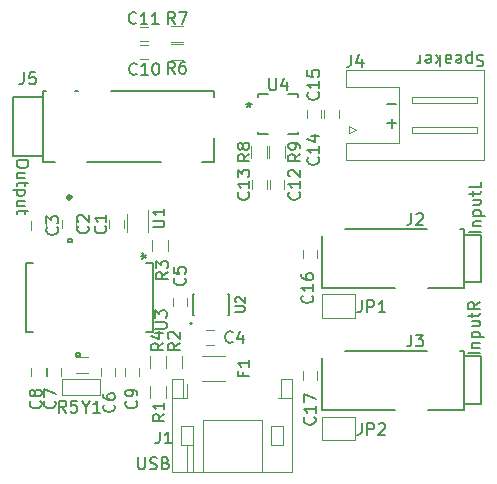
<source format=gto>
G04 #@! TF.GenerationSoftware,KiCad,Pcbnew,(5.1.8)-1*
G04 #@! TF.CreationDate,2021-04-18T13:12:28+09:00*
G04 #@! TF.ProjectId,USB-Audio-StereoMic&MonauralSpeaker,5553422d-4175-4646-996f-2d5374657265,rev?*
G04 #@! TF.SameCoordinates,Original*
G04 #@! TF.FileFunction,Legend,Top*
G04 #@! TF.FilePolarity,Positive*
%FSLAX46Y46*%
G04 Gerber Fmt 4.6, Leading zero omitted, Abs format (unit mm)*
G04 Created by KiCad (PCBNEW (5.1.8)-1) date 2021-04-18 13:12:28*
%MOMM*%
%LPD*%
G01*
G04 APERTURE LIST*
%ADD10C,0.150000*%
%ADD11C,0.120000*%
%ADD12C,0.200000*%
%ADD13C,0.127000*%
%ADD14C,0.300000*%
%ADD15C,0.152400*%
G04 APERTURE END LIST*
D10*
X132480952Y-105353571D02*
X131719047Y-105353571D01*
X132100000Y-104972619D02*
X132100000Y-105734523D01*
X132480952Y-103703571D02*
X131719047Y-103703571D01*
X110638095Y-133652380D02*
X110638095Y-134461904D01*
X110685714Y-134557142D01*
X110733333Y-134604761D01*
X110828571Y-134652380D01*
X111019047Y-134652380D01*
X111114285Y-134604761D01*
X111161904Y-134557142D01*
X111209523Y-134461904D01*
X111209523Y-133652380D01*
X111638095Y-134604761D02*
X111780952Y-134652380D01*
X112019047Y-134652380D01*
X112114285Y-134604761D01*
X112161904Y-134557142D01*
X112209523Y-134461904D01*
X112209523Y-134366666D01*
X112161904Y-134271428D01*
X112114285Y-134223809D01*
X112019047Y-134176190D01*
X111828571Y-134128571D01*
X111733333Y-134080952D01*
X111685714Y-134033333D01*
X111638095Y-133938095D01*
X111638095Y-133842857D01*
X111685714Y-133747619D01*
X111733333Y-133700000D01*
X111828571Y-133652380D01*
X112066666Y-133652380D01*
X112209523Y-133700000D01*
X112971428Y-134128571D02*
X113114285Y-134176190D01*
X113161904Y-134223809D01*
X113209523Y-134319047D01*
X113209523Y-134461904D01*
X113161904Y-134557142D01*
X113114285Y-134604761D01*
X113019047Y-134652380D01*
X112638095Y-134652380D01*
X112638095Y-133652380D01*
X112971428Y-133652380D01*
X113066666Y-133700000D01*
X113114285Y-133747619D01*
X113161904Y-133842857D01*
X113161904Y-133938095D01*
X113114285Y-134033333D01*
X113066666Y-134080952D01*
X112971428Y-134128571D01*
X112638095Y-134128571D01*
X139552380Y-124842857D02*
X138552380Y-124842857D01*
X138885714Y-124366666D02*
X139552380Y-124366666D01*
X138980952Y-124366666D02*
X138933333Y-124319047D01*
X138885714Y-124223809D01*
X138885714Y-124080952D01*
X138933333Y-123985714D01*
X139028571Y-123938095D01*
X139552380Y-123938095D01*
X138885714Y-123461904D02*
X139885714Y-123461904D01*
X138933333Y-123461904D02*
X138885714Y-123366666D01*
X138885714Y-123176190D01*
X138933333Y-123080952D01*
X138980952Y-123033333D01*
X139076190Y-122985714D01*
X139361904Y-122985714D01*
X139457142Y-123033333D01*
X139504761Y-123080952D01*
X139552380Y-123176190D01*
X139552380Y-123366666D01*
X139504761Y-123461904D01*
X138885714Y-122128571D02*
X139552380Y-122128571D01*
X138885714Y-122557142D02*
X139409523Y-122557142D01*
X139504761Y-122509523D01*
X139552380Y-122414285D01*
X139552380Y-122271428D01*
X139504761Y-122176190D01*
X139457142Y-122128571D01*
X138885714Y-121795238D02*
X138885714Y-121414285D01*
X138552380Y-121652380D02*
X139409523Y-121652380D01*
X139504761Y-121604761D01*
X139552380Y-121509523D01*
X139552380Y-121414285D01*
X139552380Y-120509523D02*
X139076190Y-120842857D01*
X139552380Y-121080952D02*
X138552380Y-121080952D01*
X138552380Y-120700000D01*
X138600000Y-120604761D01*
X138647619Y-120557142D01*
X138742857Y-120509523D01*
X138885714Y-120509523D01*
X138980952Y-120557142D01*
X139028571Y-120604761D01*
X139076190Y-120700000D01*
X139076190Y-121080952D01*
X139652380Y-114547619D02*
X138652380Y-114547619D01*
X138985714Y-114071428D02*
X139652380Y-114071428D01*
X139080952Y-114071428D02*
X139033333Y-114023809D01*
X138985714Y-113928571D01*
X138985714Y-113785714D01*
X139033333Y-113690476D01*
X139128571Y-113642857D01*
X139652380Y-113642857D01*
X138985714Y-113166666D02*
X139985714Y-113166666D01*
X139033333Y-113166666D02*
X138985714Y-113071428D01*
X138985714Y-112880952D01*
X139033333Y-112785714D01*
X139080952Y-112738095D01*
X139176190Y-112690476D01*
X139461904Y-112690476D01*
X139557142Y-112738095D01*
X139604761Y-112785714D01*
X139652380Y-112880952D01*
X139652380Y-113071428D01*
X139604761Y-113166666D01*
X138985714Y-111833333D02*
X139652380Y-111833333D01*
X138985714Y-112261904D02*
X139509523Y-112261904D01*
X139604761Y-112214285D01*
X139652380Y-112119047D01*
X139652380Y-111976190D01*
X139604761Y-111880952D01*
X139557142Y-111833333D01*
X138985714Y-111500000D02*
X138985714Y-111119047D01*
X138652380Y-111357142D02*
X139509523Y-111357142D01*
X139604761Y-111309523D01*
X139652380Y-111214285D01*
X139652380Y-111119047D01*
X139652380Y-110309523D02*
X139652380Y-110785714D01*
X138652380Y-110785714D01*
X139861904Y-99595238D02*
X139719047Y-99547619D01*
X139480952Y-99547619D01*
X139385714Y-99595238D01*
X139338095Y-99642857D01*
X139290476Y-99738095D01*
X139290476Y-99833333D01*
X139338095Y-99928571D01*
X139385714Y-99976190D01*
X139480952Y-100023809D01*
X139671428Y-100071428D01*
X139766666Y-100119047D01*
X139814285Y-100166666D01*
X139861904Y-100261904D01*
X139861904Y-100357142D01*
X139814285Y-100452380D01*
X139766666Y-100500000D01*
X139671428Y-100547619D01*
X139433333Y-100547619D01*
X139290476Y-100500000D01*
X138861904Y-100214285D02*
X138861904Y-99214285D01*
X138861904Y-100166666D02*
X138766666Y-100214285D01*
X138576190Y-100214285D01*
X138480952Y-100166666D01*
X138433333Y-100119047D01*
X138385714Y-100023809D01*
X138385714Y-99738095D01*
X138433333Y-99642857D01*
X138480952Y-99595238D01*
X138576190Y-99547619D01*
X138766666Y-99547619D01*
X138861904Y-99595238D01*
X137576190Y-99595238D02*
X137671428Y-99547619D01*
X137861904Y-99547619D01*
X137957142Y-99595238D01*
X138004761Y-99690476D01*
X138004761Y-100071428D01*
X137957142Y-100166666D01*
X137861904Y-100214285D01*
X137671428Y-100214285D01*
X137576190Y-100166666D01*
X137528571Y-100071428D01*
X137528571Y-99976190D01*
X138004761Y-99880952D01*
X136671428Y-99547619D02*
X136671428Y-100071428D01*
X136719047Y-100166666D01*
X136814285Y-100214285D01*
X137004761Y-100214285D01*
X137100000Y-100166666D01*
X136671428Y-99595238D02*
X136766666Y-99547619D01*
X137004761Y-99547619D01*
X137100000Y-99595238D01*
X137147619Y-99690476D01*
X137147619Y-99785714D01*
X137100000Y-99880952D01*
X137004761Y-99928571D01*
X136766666Y-99928571D01*
X136671428Y-99976190D01*
X136195238Y-99547619D02*
X136195238Y-100547619D01*
X136100000Y-99928571D02*
X135814285Y-99547619D01*
X135814285Y-100214285D02*
X136195238Y-99833333D01*
X135004761Y-99595238D02*
X135100000Y-99547619D01*
X135290476Y-99547619D01*
X135385714Y-99595238D01*
X135433333Y-99690476D01*
X135433333Y-100071428D01*
X135385714Y-100166666D01*
X135290476Y-100214285D01*
X135100000Y-100214285D01*
X135004761Y-100166666D01*
X134957142Y-100071428D01*
X134957142Y-99976190D01*
X135433333Y-99880952D01*
X134528571Y-99547619D02*
X134528571Y-100214285D01*
X134528571Y-100023809D02*
X134480952Y-100119047D01*
X134433333Y-100166666D01*
X134338095Y-100214285D01*
X134242857Y-100214285D01*
X101347619Y-108676190D02*
X101347619Y-108866666D01*
X101300000Y-108961904D01*
X101204761Y-109057142D01*
X101014285Y-109104761D01*
X100680952Y-109104761D01*
X100490476Y-109057142D01*
X100395238Y-108961904D01*
X100347619Y-108866666D01*
X100347619Y-108676190D01*
X100395238Y-108580952D01*
X100490476Y-108485714D01*
X100680952Y-108438095D01*
X101014285Y-108438095D01*
X101204761Y-108485714D01*
X101300000Y-108580952D01*
X101347619Y-108676190D01*
X101014285Y-109961904D02*
X100347619Y-109961904D01*
X101014285Y-109533333D02*
X100490476Y-109533333D01*
X100395238Y-109580952D01*
X100347619Y-109676190D01*
X100347619Y-109819047D01*
X100395238Y-109914285D01*
X100442857Y-109961904D01*
X101014285Y-110295238D02*
X101014285Y-110676190D01*
X101347619Y-110438095D02*
X100490476Y-110438095D01*
X100395238Y-110485714D01*
X100347619Y-110580952D01*
X100347619Y-110676190D01*
X101014285Y-111009523D02*
X100014285Y-111009523D01*
X100966666Y-111009523D02*
X101014285Y-111104761D01*
X101014285Y-111295238D01*
X100966666Y-111390476D01*
X100919047Y-111438095D01*
X100823809Y-111485714D01*
X100538095Y-111485714D01*
X100442857Y-111438095D01*
X100395238Y-111390476D01*
X100347619Y-111295238D01*
X100347619Y-111104761D01*
X100395238Y-111009523D01*
X101014285Y-112342857D02*
X100347619Y-112342857D01*
X101014285Y-111914285D02*
X100490476Y-111914285D01*
X100395238Y-111961904D01*
X100347619Y-112057142D01*
X100347619Y-112200000D01*
X100395238Y-112295238D01*
X100442857Y-112342857D01*
X101014285Y-112676190D02*
X101014285Y-113057142D01*
X101347619Y-112819047D02*
X100490476Y-112819047D01*
X100395238Y-112866666D01*
X100347619Y-112961904D01*
X100347619Y-113057142D01*
D11*
G04 #@! TO.C,F1*
X118000000Y-127170000D02*
X116000000Y-127170000D01*
X116000000Y-125030000D02*
X118000000Y-125030000D01*
D12*
G04 #@! TO.C,U2*
X115200000Y-122300000D02*
G75*
G03*
X115200000Y-122300000I-100000J0D01*
G01*
D13*
X115250000Y-121550000D02*
X115350000Y-121550000D01*
X115250000Y-119850000D02*
X115350000Y-119850000D01*
X118350000Y-119850000D02*
X118250000Y-119850000D01*
X118350000Y-121550000D02*
X118250000Y-121550000D01*
X118350000Y-119850000D02*
X118350000Y-121550000D01*
X115250000Y-119850000D02*
X115250000Y-121550000D01*
D11*
G04 #@! TO.C,U1*
X109700000Y-113000000D02*
X109700000Y-114600000D01*
X111500000Y-114600000D02*
X111500000Y-112700000D01*
G04 #@! TO.C,J4*
X139910000Y-104650000D02*
X139910000Y-108460000D01*
X139910000Y-108460000D02*
X128190000Y-108460000D01*
X128190000Y-108460000D02*
X128190000Y-107040000D01*
X128190000Y-107040000D02*
X132690000Y-107040000D01*
X132690000Y-107040000D02*
X132690000Y-104650000D01*
X139910000Y-104650000D02*
X139910000Y-100840000D01*
X139910000Y-100840000D02*
X128190000Y-100840000D01*
X128190000Y-100840000D02*
X128190000Y-102260000D01*
X128190000Y-102260000D02*
X132690000Y-102260000D01*
X132690000Y-102260000D02*
X132690000Y-104650000D01*
X133800000Y-106150000D02*
X139300000Y-106150000D01*
X139300000Y-106150000D02*
X139300000Y-105650000D01*
X139300000Y-105650000D02*
X133800000Y-105650000D01*
X133800000Y-105650000D02*
X133800000Y-106150000D01*
X133800000Y-103650000D02*
X139300000Y-103650000D01*
X139300000Y-103650000D02*
X139300000Y-103150000D01*
X139300000Y-103150000D02*
X133800000Y-103150000D01*
X133800000Y-103150000D02*
X133800000Y-103650000D01*
X129100000Y-105900000D02*
X128500000Y-106200000D01*
X128500000Y-106200000D02*
X128500000Y-105600000D01*
X128500000Y-105600000D02*
X129100000Y-105900000D01*
G04 #@! TO.C,J1*
X114740000Y-128640000D02*
X114740000Y-127425000D01*
X114800000Y-132600000D02*
X114800000Y-134860000D01*
X115300000Y-132600000D02*
X115300000Y-134860000D01*
X121900000Y-131000000D02*
X122900000Y-131000000D01*
X121900000Y-132600000D02*
X121900000Y-131000000D01*
X122900000Y-132600000D02*
X121900000Y-132600000D01*
X122900000Y-131000000D02*
X122900000Y-132600000D01*
X115300000Y-131000000D02*
X114300000Y-131000000D01*
X115300000Y-132600000D02*
X115300000Y-131000000D01*
X114300000Y-132600000D02*
X115300000Y-132600000D01*
X114300000Y-131000000D02*
X114300000Y-132600000D01*
X123660000Y-128640000D02*
X122740000Y-128640000D01*
X113540000Y-128640000D02*
X114460000Y-128640000D01*
X121100000Y-130500000D02*
X121100000Y-134860000D01*
X116100000Y-130500000D02*
X121100000Y-130500000D01*
X116100000Y-134860000D02*
X116100000Y-130500000D01*
X122740000Y-128640000D02*
X122460000Y-128640000D01*
X122740000Y-127040000D02*
X122740000Y-128640000D01*
X123660000Y-127040000D02*
X122740000Y-127040000D01*
X123660000Y-134860000D02*
X123660000Y-127040000D01*
X113540000Y-134860000D02*
X123660000Y-134860000D01*
X113540000Y-127040000D02*
X113540000Y-134860000D01*
X114460000Y-127040000D02*
X113540000Y-127040000D01*
X114460000Y-128640000D02*
X114460000Y-127040000D01*
X114740000Y-128640000D02*
X114460000Y-128640000D01*
D13*
G04 #@! TO.C,J3*
X138200000Y-124600000D02*
X137890000Y-124600000D01*
X128180000Y-124600000D02*
X135080000Y-124600000D01*
X126200000Y-129600000D02*
X126200000Y-125200000D01*
X132380000Y-129600000D02*
X126200000Y-129600000D01*
X138200000Y-129600000D02*
X135210000Y-129600000D01*
X138200000Y-125100000D02*
X138200000Y-124600000D01*
X138200000Y-129100000D02*
X138200000Y-125100000D01*
X138200000Y-129600000D02*
X138200000Y-129100000D01*
X139700000Y-125100000D02*
X138200000Y-125100000D01*
X139700000Y-129100000D02*
X139700000Y-125100000D01*
X138200000Y-129100000D02*
X139700000Y-129100000D01*
D14*
G04 #@! TO.C,J5*
X104950000Y-111600000D02*
G75*
G03*
X104950000Y-111600000I-150000J0D01*
G01*
D13*
X102800000Y-102600000D02*
X102550000Y-102600000D01*
X102550000Y-102600000D02*
X102550000Y-103100000D01*
X102550000Y-103100000D02*
X102550000Y-108100000D01*
X102550000Y-108100000D02*
X102550000Y-108600000D01*
X102550000Y-108600000D02*
X103550000Y-108600000D01*
X102550000Y-103100000D02*
X100050000Y-103100000D01*
X100050000Y-103100000D02*
X100050000Y-108100000D01*
X100050000Y-108100000D02*
X102550000Y-108100000D01*
X106300000Y-108600000D02*
X112550000Y-108600000D01*
X108300000Y-102600000D02*
X117050000Y-102600000D01*
X117050000Y-102600000D02*
X117050000Y-103100000D01*
X117050000Y-106600000D02*
X117050000Y-108600000D01*
X117050000Y-108600000D02*
X116050000Y-108600000D01*
X105300000Y-102600000D02*
X105550000Y-102600000D01*
G04 #@! TO.C,J2*
X138200000Y-114300000D02*
X137890000Y-114300000D01*
X128180000Y-114300000D02*
X135080000Y-114300000D01*
X126200000Y-119300000D02*
X126200000Y-114900000D01*
X132380000Y-119300000D02*
X126200000Y-119300000D01*
X138200000Y-119300000D02*
X135210000Y-119300000D01*
X138200000Y-114800000D02*
X138200000Y-114300000D01*
X138200000Y-118800000D02*
X138200000Y-114800000D01*
X138200000Y-119300000D02*
X138200000Y-118800000D01*
X139700000Y-114800000D02*
X138200000Y-114800000D01*
X139700000Y-118800000D02*
X139700000Y-114800000D01*
X138200000Y-118800000D02*
X139700000Y-118800000D01*
D15*
G04 #@! TO.C,U3*
X101127900Y-117179000D02*
X101127900Y-123021000D01*
X101127900Y-123021000D02*
X101726760Y-123021000D01*
X111872100Y-123021000D02*
X111872100Y-117179000D01*
X111872100Y-117179000D02*
X111273240Y-117179000D01*
X101726762Y-117179000D02*
X101127900Y-117179000D01*
X111273240Y-123021000D02*
X111872100Y-123021000D01*
X105065502Y-115139901D02*
X104684502Y-115139901D01*
X104684502Y-115139901D02*
X104684502Y-115393901D01*
X104684502Y-115393901D02*
X105065502Y-115393901D01*
X105065502Y-115393901D02*
X105065502Y-115139901D01*
X105715501Y-125060099D02*
X105334501Y-125060099D01*
X105334501Y-125060099D02*
X105334501Y-124806099D01*
X105334501Y-124806099D02*
X105715501Y-124806099D01*
X105715501Y-124806099D02*
X105715501Y-125060099D01*
D11*
G04 #@! TO.C,C1*
X108200000Y-114250000D02*
X108200000Y-113550000D01*
X109400000Y-113550000D02*
X109400000Y-114250000D01*
G04 #@! TO.C,C2*
X105400000Y-113550000D02*
X105400000Y-114250000D01*
X104200000Y-114250000D02*
X104200000Y-113550000D01*
G04 #@! TO.C,C3*
X101600000Y-114350000D02*
X101600000Y-113650000D01*
X102800000Y-113650000D02*
X102800000Y-114350000D01*
G04 #@! TO.C,C4*
X117050000Y-124100000D02*
X116350000Y-124100000D01*
X116350000Y-122900000D02*
X117050000Y-122900000D01*
G04 #@! TO.C,C5*
X113600000Y-120850000D02*
X113600000Y-120150000D01*
X114800000Y-120150000D02*
X114800000Y-120850000D01*
G04 #@! TO.C,C6*
X107500000Y-126750000D02*
X107500000Y-126050000D01*
X108700000Y-126050000D02*
X108700000Y-126750000D01*
G04 #@! TO.C,C7*
X104100000Y-126050000D02*
X104100000Y-126750000D01*
X102900000Y-126750000D02*
X102900000Y-126050000D01*
G04 #@! TO.C,C8*
X101600000Y-126750000D02*
X101600000Y-126050000D01*
X102800000Y-126050000D02*
X102800000Y-126750000D01*
G04 #@! TO.C,C9*
X110700000Y-126050000D02*
X110700000Y-126750000D01*
X109500000Y-126750000D02*
X109500000Y-126050000D01*
G04 #@! TO.C,C10*
X110800000Y-98700000D02*
X111500000Y-98700000D01*
X111500000Y-99900000D02*
X110800000Y-99900000D01*
G04 #@! TO.C,C11*
X110800000Y-97200000D02*
X111500000Y-97200000D01*
X111500000Y-98400000D02*
X110800000Y-98400000D01*
G04 #@! TO.C,C12*
X123000000Y-110200000D02*
X123000000Y-110900000D01*
X121800000Y-110900000D02*
X121800000Y-110200000D01*
G04 #@! TO.C,C13*
X120300000Y-110900000D02*
X120300000Y-110200000D01*
X121500000Y-110200000D02*
X121500000Y-110900000D01*
G04 #@! TO.C,C14*
X124900000Y-104950000D02*
X124900000Y-104250000D01*
X126100000Y-104250000D02*
X126100000Y-104950000D01*
G04 #@! TO.C,C15*
X127600000Y-104250000D02*
X127600000Y-104950000D01*
X126400000Y-104950000D02*
X126400000Y-104250000D01*
G04 #@! TO.C,C16*
X124600000Y-116750000D02*
X124600000Y-116050000D01*
X125800000Y-116050000D02*
X125800000Y-116750000D01*
G04 #@! TO.C,C17*
X125800000Y-126350000D02*
X125800000Y-127050000D01*
X124600000Y-127050000D02*
X124600000Y-126350000D01*
G04 #@! TO.C,JP1*
X129000000Y-119800000D02*
X129000000Y-121800000D01*
X126200000Y-119800000D02*
X129000000Y-119800000D01*
X126200000Y-121800000D02*
X126200000Y-119800000D01*
X129000000Y-121800000D02*
X126200000Y-121800000D01*
G04 #@! TO.C,JP2*
X129000000Y-132200000D02*
X126200000Y-132200000D01*
X126200000Y-132200000D02*
X126200000Y-130200000D01*
X126200000Y-130200000D02*
X129000000Y-130200000D01*
X129000000Y-130200000D02*
X129000000Y-132200000D01*
G04 #@! TO.C,R1*
X112980000Y-127600000D02*
X112980000Y-128600000D01*
X111620000Y-128600000D02*
X111620000Y-127600000D01*
G04 #@! TO.C,R2*
X113020000Y-126100000D02*
X113020000Y-125100000D01*
X114380000Y-125100000D02*
X114380000Y-126100000D01*
G04 #@! TO.C,R3*
X111820000Y-116200000D02*
X111820000Y-115200000D01*
X113180000Y-115200000D02*
X113180000Y-116200000D01*
G04 #@! TO.C,R4*
X111620000Y-126100000D02*
X111620000Y-125100000D01*
X112980000Y-125100000D02*
X112980000Y-126100000D01*
G04 #@! TO.C,R5*
X106350000Y-126480000D02*
X105350000Y-126480000D01*
X105350000Y-125120000D02*
X106350000Y-125120000D01*
G04 #@! TO.C,R6*
X113400000Y-98620000D02*
X114400000Y-98620000D01*
X114400000Y-99980000D02*
X113400000Y-99980000D01*
G04 #@! TO.C,R7*
X114400000Y-98480000D02*
X113400000Y-98480000D01*
X113400000Y-97120000D02*
X114400000Y-97120000D01*
G04 #@! TO.C,R8*
X120220000Y-108300000D02*
X120220000Y-107300000D01*
X121580000Y-107300000D02*
X121580000Y-108300000D01*
G04 #@! TO.C,R9*
X121720000Y-108300000D02*
X121720000Y-107300000D01*
X123080000Y-107300000D02*
X123080000Y-108300000D01*
D15*
G04 #@! TO.C,U4*
X120798001Y-106301999D02*
X121645650Y-106301999D01*
X124201999Y-106301999D02*
X124201999Y-106082739D01*
X124201999Y-102898001D02*
X123354350Y-102898001D01*
X120798001Y-102898001D02*
X120798001Y-103117261D01*
X120798001Y-106082739D02*
X120798001Y-106301999D01*
X124201999Y-103117261D02*
X124201999Y-102898001D01*
X121645650Y-102898001D02*
X120798001Y-102898001D01*
X123354350Y-106301999D02*
X124201999Y-106301999D01*
D11*
G04 #@! TO.C,Y1*
X104200000Y-127000000D02*
X107400000Y-127000000D01*
X107400000Y-128400000D02*
X107400000Y-127000000D01*
X104200000Y-128400000D02*
X107400000Y-128400000D01*
X104200000Y-127000000D02*
X104200000Y-128400000D01*
G04 #@! TO.C,F1*
D10*
X119528571Y-126433333D02*
X119528571Y-126766666D01*
X120052380Y-126766666D02*
X119052380Y-126766666D01*
X119052380Y-126290476D01*
X120052380Y-125385714D02*
X120052380Y-125957142D01*
X120052380Y-125671428D02*
X119052380Y-125671428D01*
X119195238Y-125766666D01*
X119290476Y-125861904D01*
X119338095Y-125957142D01*
G04 #@! TO.C,U2*
X118860464Y-121311527D02*
X119510212Y-121311527D01*
X119586653Y-121273307D01*
X119624874Y-121235086D01*
X119663094Y-121158645D01*
X119663094Y-121005763D01*
X119624874Y-120929322D01*
X119586653Y-120891102D01*
X119510212Y-120852881D01*
X118860464Y-120852881D01*
X118936905Y-120508897D02*
X118898685Y-120470677D01*
X118860464Y-120394236D01*
X118860464Y-120203133D01*
X118898685Y-120126692D01*
X118936905Y-120088472D01*
X119013346Y-120050251D01*
X119089787Y-120050251D01*
X119204448Y-120088472D01*
X119663094Y-120547118D01*
X119663094Y-120050251D01*
G04 #@! TO.C,U1*
X111852380Y-114161904D02*
X112661904Y-114161904D01*
X112757142Y-114114285D01*
X112804761Y-114066666D01*
X112852380Y-113971428D01*
X112852380Y-113780952D01*
X112804761Y-113685714D01*
X112757142Y-113638095D01*
X112661904Y-113590476D01*
X111852380Y-113590476D01*
X112852380Y-112590476D02*
X112852380Y-113161904D01*
X112852380Y-112876190D02*
X111852380Y-112876190D01*
X111995238Y-112971428D01*
X112090476Y-113066666D01*
X112138095Y-113161904D01*
G04 #@! TO.C,J4*
X128666666Y-99552380D02*
X128666666Y-100266666D01*
X128619047Y-100409523D01*
X128523809Y-100504761D01*
X128380952Y-100552380D01*
X128285714Y-100552380D01*
X129571428Y-99885714D02*
X129571428Y-100552380D01*
X129333333Y-99504761D02*
X129095238Y-100219047D01*
X129714285Y-100219047D01*
G04 #@! TO.C,J1*
X112466666Y-131452380D02*
X112466666Y-132166666D01*
X112419047Y-132309523D01*
X112323809Y-132404761D01*
X112180952Y-132452380D01*
X112085714Y-132452380D01*
X113466666Y-132452380D02*
X112895238Y-132452380D01*
X113180952Y-132452380D02*
X113180952Y-131452380D01*
X113085714Y-131595238D01*
X112990476Y-131690476D01*
X112895238Y-131738095D01*
G04 #@! TO.C,J3*
X133766057Y-123251380D02*
X133766057Y-123966971D01*
X133718351Y-124110089D01*
X133622939Y-124205501D01*
X133479821Y-124253207D01*
X133384409Y-124253207D01*
X134147706Y-123251380D02*
X134767884Y-123251380D01*
X134433942Y-123633028D01*
X134577060Y-123633028D01*
X134672472Y-123680734D01*
X134720178Y-123728440D01*
X134767884Y-123823853D01*
X134767884Y-124062383D01*
X134720178Y-124157795D01*
X134672472Y-124205501D01*
X134577060Y-124253207D01*
X134290824Y-124253207D01*
X134195412Y-124205501D01*
X134147706Y-124157795D01*
G04 #@! TO.C,J5*
X100966393Y-101051932D02*
X100966393Y-101766803D01*
X100918735Y-101909777D01*
X100823419Y-102005093D01*
X100680445Y-102052751D01*
X100585129Y-102052751D01*
X101919554Y-101051932D02*
X101442974Y-101051932D01*
X101395316Y-101528512D01*
X101442974Y-101480854D01*
X101538290Y-101433196D01*
X101776580Y-101433196D01*
X101871896Y-101480854D01*
X101919554Y-101528512D01*
X101967212Y-101623829D01*
X101967212Y-101862119D01*
X101919554Y-101957435D01*
X101871896Y-102005093D01*
X101776580Y-102052751D01*
X101538290Y-102052751D01*
X101442974Y-102005093D01*
X101395316Y-101957435D01*
G04 #@! TO.C,J2*
X133766057Y-112951380D02*
X133766057Y-113666971D01*
X133718351Y-113810089D01*
X133622939Y-113905501D01*
X133479821Y-113953207D01*
X133384409Y-113953207D01*
X134195412Y-113046792D02*
X134243118Y-112999086D01*
X134338530Y-112951380D01*
X134577060Y-112951380D01*
X134672472Y-112999086D01*
X134720178Y-113046792D01*
X134767884Y-113142204D01*
X134767884Y-113237616D01*
X134720178Y-113380734D01*
X134147706Y-113953207D01*
X134767884Y-113953207D01*
G04 #@! TO.C,U3*
X112052380Y-122761904D02*
X112861904Y-122761904D01*
X112957142Y-122714285D01*
X113004761Y-122666666D01*
X113052380Y-122571428D01*
X113052380Y-122380952D01*
X113004761Y-122285714D01*
X112957142Y-122238095D01*
X112861904Y-122190476D01*
X112052380Y-122190476D01*
X112052380Y-121809523D02*
X112052380Y-121190476D01*
X112433333Y-121523809D01*
X112433333Y-121380952D01*
X112480952Y-121285714D01*
X112528571Y-121238095D01*
X112623809Y-121190476D01*
X112861904Y-121190476D01*
X112957142Y-121238095D01*
X113004761Y-121285714D01*
X113052380Y-121380952D01*
X113052380Y-121666666D01*
X113004761Y-121761904D01*
X112957142Y-121809523D01*
X110851380Y-116613800D02*
X111089476Y-116613800D01*
X110994238Y-116851895D02*
X111089476Y-116613800D01*
X110994238Y-116375704D01*
X111279952Y-116756657D02*
X111089476Y-116613800D01*
X111279952Y-116470942D01*
X110851380Y-116613800D02*
X111089476Y-116613800D01*
X110994238Y-116851895D02*
X111089476Y-116613800D01*
X110994238Y-116375704D01*
X111279952Y-116756657D02*
X111089476Y-116613800D01*
X111279952Y-116470942D01*
G04 #@! TO.C,C1*
X107857142Y-114066666D02*
X107904761Y-114114285D01*
X107952380Y-114257142D01*
X107952380Y-114352380D01*
X107904761Y-114495238D01*
X107809523Y-114590476D01*
X107714285Y-114638095D01*
X107523809Y-114685714D01*
X107380952Y-114685714D01*
X107190476Y-114638095D01*
X107095238Y-114590476D01*
X107000000Y-114495238D01*
X106952380Y-114352380D01*
X106952380Y-114257142D01*
X107000000Y-114114285D01*
X107047619Y-114066666D01*
X107952380Y-113114285D02*
X107952380Y-113685714D01*
X107952380Y-113400000D02*
X106952380Y-113400000D01*
X107095238Y-113495238D01*
X107190476Y-113590476D01*
X107238095Y-113685714D01*
G04 #@! TO.C,C2*
X106357142Y-114066666D02*
X106404761Y-114114285D01*
X106452380Y-114257142D01*
X106452380Y-114352380D01*
X106404761Y-114495238D01*
X106309523Y-114590476D01*
X106214285Y-114638095D01*
X106023809Y-114685714D01*
X105880952Y-114685714D01*
X105690476Y-114638095D01*
X105595238Y-114590476D01*
X105500000Y-114495238D01*
X105452380Y-114352380D01*
X105452380Y-114257142D01*
X105500000Y-114114285D01*
X105547619Y-114066666D01*
X105547619Y-113685714D02*
X105500000Y-113638095D01*
X105452380Y-113542857D01*
X105452380Y-113304761D01*
X105500000Y-113209523D01*
X105547619Y-113161904D01*
X105642857Y-113114285D01*
X105738095Y-113114285D01*
X105880952Y-113161904D01*
X106452380Y-113733333D01*
X106452380Y-113114285D01*
G04 #@! TO.C,C3*
X103757142Y-114166666D02*
X103804761Y-114214285D01*
X103852380Y-114357142D01*
X103852380Y-114452380D01*
X103804761Y-114595238D01*
X103709523Y-114690476D01*
X103614285Y-114738095D01*
X103423809Y-114785714D01*
X103280952Y-114785714D01*
X103090476Y-114738095D01*
X102995238Y-114690476D01*
X102900000Y-114595238D01*
X102852380Y-114452380D01*
X102852380Y-114357142D01*
X102900000Y-114214285D01*
X102947619Y-114166666D01*
X102852380Y-113833333D02*
X102852380Y-113214285D01*
X103233333Y-113547619D01*
X103233333Y-113404761D01*
X103280952Y-113309523D01*
X103328571Y-113261904D01*
X103423809Y-113214285D01*
X103661904Y-113214285D01*
X103757142Y-113261904D01*
X103804761Y-113309523D01*
X103852380Y-113404761D01*
X103852380Y-113690476D01*
X103804761Y-113785714D01*
X103757142Y-113833333D01*
G04 #@! TO.C,C4*
X118633333Y-123857142D02*
X118585714Y-123904761D01*
X118442857Y-123952380D01*
X118347619Y-123952380D01*
X118204761Y-123904761D01*
X118109523Y-123809523D01*
X118061904Y-123714285D01*
X118014285Y-123523809D01*
X118014285Y-123380952D01*
X118061904Y-123190476D01*
X118109523Y-123095238D01*
X118204761Y-123000000D01*
X118347619Y-122952380D01*
X118442857Y-122952380D01*
X118585714Y-123000000D01*
X118633333Y-123047619D01*
X119490476Y-123285714D02*
X119490476Y-123952380D01*
X119252380Y-122904761D02*
X119014285Y-123619047D01*
X119633333Y-123619047D01*
G04 #@! TO.C,C5*
X114557142Y-118466666D02*
X114604761Y-118514285D01*
X114652380Y-118657142D01*
X114652380Y-118752380D01*
X114604761Y-118895238D01*
X114509523Y-118990476D01*
X114414285Y-119038095D01*
X114223809Y-119085714D01*
X114080952Y-119085714D01*
X113890476Y-119038095D01*
X113795238Y-118990476D01*
X113700000Y-118895238D01*
X113652380Y-118752380D01*
X113652380Y-118657142D01*
X113700000Y-118514285D01*
X113747619Y-118466666D01*
X113652380Y-117561904D02*
X113652380Y-118038095D01*
X114128571Y-118085714D01*
X114080952Y-118038095D01*
X114033333Y-117942857D01*
X114033333Y-117704761D01*
X114080952Y-117609523D01*
X114128571Y-117561904D01*
X114223809Y-117514285D01*
X114461904Y-117514285D01*
X114557142Y-117561904D01*
X114604761Y-117609523D01*
X114652380Y-117704761D01*
X114652380Y-117942857D01*
X114604761Y-118038095D01*
X114557142Y-118085714D01*
G04 #@! TO.C,C6*
X108557142Y-129166666D02*
X108604761Y-129214285D01*
X108652380Y-129357142D01*
X108652380Y-129452380D01*
X108604761Y-129595238D01*
X108509523Y-129690476D01*
X108414285Y-129738095D01*
X108223809Y-129785714D01*
X108080952Y-129785714D01*
X107890476Y-129738095D01*
X107795238Y-129690476D01*
X107700000Y-129595238D01*
X107652380Y-129452380D01*
X107652380Y-129357142D01*
X107700000Y-129214285D01*
X107747619Y-129166666D01*
X107652380Y-128309523D02*
X107652380Y-128500000D01*
X107700000Y-128595238D01*
X107747619Y-128642857D01*
X107890476Y-128738095D01*
X108080952Y-128785714D01*
X108461904Y-128785714D01*
X108557142Y-128738095D01*
X108604761Y-128690476D01*
X108652380Y-128595238D01*
X108652380Y-128404761D01*
X108604761Y-128309523D01*
X108557142Y-128261904D01*
X108461904Y-128214285D01*
X108223809Y-128214285D01*
X108128571Y-128261904D01*
X108080952Y-128309523D01*
X108033333Y-128404761D01*
X108033333Y-128595238D01*
X108080952Y-128690476D01*
X108128571Y-128738095D01*
X108223809Y-128785714D01*
G04 #@! TO.C,C7*
X103557142Y-128866666D02*
X103604761Y-128914285D01*
X103652380Y-129057142D01*
X103652380Y-129152380D01*
X103604761Y-129295238D01*
X103509523Y-129390476D01*
X103414285Y-129438095D01*
X103223809Y-129485714D01*
X103080952Y-129485714D01*
X102890476Y-129438095D01*
X102795238Y-129390476D01*
X102700000Y-129295238D01*
X102652380Y-129152380D01*
X102652380Y-129057142D01*
X102700000Y-128914285D01*
X102747619Y-128866666D01*
X102652380Y-128533333D02*
X102652380Y-127866666D01*
X103652380Y-128295238D01*
G04 #@! TO.C,C8*
X102357142Y-128866666D02*
X102404761Y-128914285D01*
X102452380Y-129057142D01*
X102452380Y-129152380D01*
X102404761Y-129295238D01*
X102309523Y-129390476D01*
X102214285Y-129438095D01*
X102023809Y-129485714D01*
X101880952Y-129485714D01*
X101690476Y-129438095D01*
X101595238Y-129390476D01*
X101500000Y-129295238D01*
X101452380Y-129152380D01*
X101452380Y-129057142D01*
X101500000Y-128914285D01*
X101547619Y-128866666D01*
X101880952Y-128295238D02*
X101833333Y-128390476D01*
X101785714Y-128438095D01*
X101690476Y-128485714D01*
X101642857Y-128485714D01*
X101547619Y-128438095D01*
X101500000Y-128390476D01*
X101452380Y-128295238D01*
X101452380Y-128104761D01*
X101500000Y-128009523D01*
X101547619Y-127961904D01*
X101642857Y-127914285D01*
X101690476Y-127914285D01*
X101785714Y-127961904D01*
X101833333Y-128009523D01*
X101880952Y-128104761D01*
X101880952Y-128295238D01*
X101928571Y-128390476D01*
X101976190Y-128438095D01*
X102071428Y-128485714D01*
X102261904Y-128485714D01*
X102357142Y-128438095D01*
X102404761Y-128390476D01*
X102452380Y-128295238D01*
X102452380Y-128104761D01*
X102404761Y-128009523D01*
X102357142Y-127961904D01*
X102261904Y-127914285D01*
X102071428Y-127914285D01*
X101976190Y-127961904D01*
X101928571Y-128009523D01*
X101880952Y-128104761D01*
G04 #@! TO.C,C9*
X110457142Y-128866666D02*
X110504761Y-128914285D01*
X110552380Y-129057142D01*
X110552380Y-129152380D01*
X110504761Y-129295238D01*
X110409523Y-129390476D01*
X110314285Y-129438095D01*
X110123809Y-129485714D01*
X109980952Y-129485714D01*
X109790476Y-129438095D01*
X109695238Y-129390476D01*
X109600000Y-129295238D01*
X109552380Y-129152380D01*
X109552380Y-129057142D01*
X109600000Y-128914285D01*
X109647619Y-128866666D01*
X110552380Y-128390476D02*
X110552380Y-128200000D01*
X110504761Y-128104761D01*
X110457142Y-128057142D01*
X110314285Y-127961904D01*
X110123809Y-127914285D01*
X109742857Y-127914285D01*
X109647619Y-127961904D01*
X109600000Y-128009523D01*
X109552380Y-128104761D01*
X109552380Y-128295238D01*
X109600000Y-128390476D01*
X109647619Y-128438095D01*
X109742857Y-128485714D01*
X109980952Y-128485714D01*
X110076190Y-128438095D01*
X110123809Y-128390476D01*
X110171428Y-128295238D01*
X110171428Y-128104761D01*
X110123809Y-128009523D01*
X110076190Y-127961904D01*
X109980952Y-127914285D01*
G04 #@! TO.C,C10*
X110507142Y-101157142D02*
X110459523Y-101204761D01*
X110316666Y-101252380D01*
X110221428Y-101252380D01*
X110078571Y-101204761D01*
X109983333Y-101109523D01*
X109935714Y-101014285D01*
X109888095Y-100823809D01*
X109888095Y-100680952D01*
X109935714Y-100490476D01*
X109983333Y-100395238D01*
X110078571Y-100300000D01*
X110221428Y-100252380D01*
X110316666Y-100252380D01*
X110459523Y-100300000D01*
X110507142Y-100347619D01*
X111459523Y-101252380D02*
X110888095Y-101252380D01*
X111173809Y-101252380D02*
X111173809Y-100252380D01*
X111078571Y-100395238D01*
X110983333Y-100490476D01*
X110888095Y-100538095D01*
X112078571Y-100252380D02*
X112173809Y-100252380D01*
X112269047Y-100300000D01*
X112316666Y-100347619D01*
X112364285Y-100442857D01*
X112411904Y-100633333D01*
X112411904Y-100871428D01*
X112364285Y-101061904D01*
X112316666Y-101157142D01*
X112269047Y-101204761D01*
X112173809Y-101252380D01*
X112078571Y-101252380D01*
X111983333Y-101204761D01*
X111935714Y-101157142D01*
X111888095Y-101061904D01*
X111840476Y-100871428D01*
X111840476Y-100633333D01*
X111888095Y-100442857D01*
X111935714Y-100347619D01*
X111983333Y-100300000D01*
X112078571Y-100252380D01*
G04 #@! TO.C,C11*
X110457142Y-96857142D02*
X110409523Y-96904761D01*
X110266666Y-96952380D01*
X110171428Y-96952380D01*
X110028571Y-96904761D01*
X109933333Y-96809523D01*
X109885714Y-96714285D01*
X109838095Y-96523809D01*
X109838095Y-96380952D01*
X109885714Y-96190476D01*
X109933333Y-96095238D01*
X110028571Y-96000000D01*
X110171428Y-95952380D01*
X110266666Y-95952380D01*
X110409523Y-96000000D01*
X110457142Y-96047619D01*
X111409523Y-96952380D02*
X110838095Y-96952380D01*
X111123809Y-96952380D02*
X111123809Y-95952380D01*
X111028571Y-96095238D01*
X110933333Y-96190476D01*
X110838095Y-96238095D01*
X112361904Y-96952380D02*
X111790476Y-96952380D01*
X112076190Y-96952380D02*
X112076190Y-95952380D01*
X111980952Y-96095238D01*
X111885714Y-96190476D01*
X111790476Y-96238095D01*
G04 #@! TO.C,C12*
X124257142Y-111192857D02*
X124304761Y-111240476D01*
X124352380Y-111383333D01*
X124352380Y-111478571D01*
X124304761Y-111621428D01*
X124209523Y-111716666D01*
X124114285Y-111764285D01*
X123923809Y-111811904D01*
X123780952Y-111811904D01*
X123590476Y-111764285D01*
X123495238Y-111716666D01*
X123400000Y-111621428D01*
X123352380Y-111478571D01*
X123352380Y-111383333D01*
X123400000Y-111240476D01*
X123447619Y-111192857D01*
X124352380Y-110240476D02*
X124352380Y-110811904D01*
X124352380Y-110526190D02*
X123352380Y-110526190D01*
X123495238Y-110621428D01*
X123590476Y-110716666D01*
X123638095Y-110811904D01*
X123447619Y-109859523D02*
X123400000Y-109811904D01*
X123352380Y-109716666D01*
X123352380Y-109478571D01*
X123400000Y-109383333D01*
X123447619Y-109335714D01*
X123542857Y-109288095D01*
X123638095Y-109288095D01*
X123780952Y-109335714D01*
X124352380Y-109907142D01*
X124352380Y-109288095D01*
G04 #@! TO.C,C13*
X119957142Y-111192857D02*
X120004761Y-111240476D01*
X120052380Y-111383333D01*
X120052380Y-111478571D01*
X120004761Y-111621428D01*
X119909523Y-111716666D01*
X119814285Y-111764285D01*
X119623809Y-111811904D01*
X119480952Y-111811904D01*
X119290476Y-111764285D01*
X119195238Y-111716666D01*
X119100000Y-111621428D01*
X119052380Y-111478571D01*
X119052380Y-111383333D01*
X119100000Y-111240476D01*
X119147619Y-111192857D01*
X120052380Y-110240476D02*
X120052380Y-110811904D01*
X120052380Y-110526190D02*
X119052380Y-110526190D01*
X119195238Y-110621428D01*
X119290476Y-110716666D01*
X119338095Y-110811904D01*
X119052380Y-109907142D02*
X119052380Y-109288095D01*
X119433333Y-109621428D01*
X119433333Y-109478571D01*
X119480952Y-109383333D01*
X119528571Y-109335714D01*
X119623809Y-109288095D01*
X119861904Y-109288095D01*
X119957142Y-109335714D01*
X120004761Y-109383333D01*
X120052380Y-109478571D01*
X120052380Y-109764285D01*
X120004761Y-109859523D01*
X119957142Y-109907142D01*
G04 #@! TO.C,C14*
X125857142Y-108242857D02*
X125904761Y-108290476D01*
X125952380Y-108433333D01*
X125952380Y-108528571D01*
X125904761Y-108671428D01*
X125809523Y-108766666D01*
X125714285Y-108814285D01*
X125523809Y-108861904D01*
X125380952Y-108861904D01*
X125190476Y-108814285D01*
X125095238Y-108766666D01*
X125000000Y-108671428D01*
X124952380Y-108528571D01*
X124952380Y-108433333D01*
X125000000Y-108290476D01*
X125047619Y-108242857D01*
X125952380Y-107290476D02*
X125952380Y-107861904D01*
X125952380Y-107576190D02*
X124952380Y-107576190D01*
X125095238Y-107671428D01*
X125190476Y-107766666D01*
X125238095Y-107861904D01*
X125285714Y-106433333D02*
X125952380Y-106433333D01*
X124904761Y-106671428D02*
X125619047Y-106909523D01*
X125619047Y-106290476D01*
G04 #@! TO.C,C15*
X125857142Y-102742857D02*
X125904761Y-102790476D01*
X125952380Y-102933333D01*
X125952380Y-103028571D01*
X125904761Y-103171428D01*
X125809523Y-103266666D01*
X125714285Y-103314285D01*
X125523809Y-103361904D01*
X125380952Y-103361904D01*
X125190476Y-103314285D01*
X125095238Y-103266666D01*
X125000000Y-103171428D01*
X124952380Y-103028571D01*
X124952380Y-102933333D01*
X125000000Y-102790476D01*
X125047619Y-102742857D01*
X125952380Y-101790476D02*
X125952380Y-102361904D01*
X125952380Y-102076190D02*
X124952380Y-102076190D01*
X125095238Y-102171428D01*
X125190476Y-102266666D01*
X125238095Y-102361904D01*
X124952380Y-100885714D02*
X124952380Y-101361904D01*
X125428571Y-101409523D01*
X125380952Y-101361904D01*
X125333333Y-101266666D01*
X125333333Y-101028571D01*
X125380952Y-100933333D01*
X125428571Y-100885714D01*
X125523809Y-100838095D01*
X125761904Y-100838095D01*
X125857142Y-100885714D01*
X125904761Y-100933333D01*
X125952380Y-101028571D01*
X125952380Y-101266666D01*
X125904761Y-101361904D01*
X125857142Y-101409523D01*
G04 #@! TO.C,C16*
X125357142Y-119942857D02*
X125404761Y-119990476D01*
X125452380Y-120133333D01*
X125452380Y-120228571D01*
X125404761Y-120371428D01*
X125309523Y-120466666D01*
X125214285Y-120514285D01*
X125023809Y-120561904D01*
X124880952Y-120561904D01*
X124690476Y-120514285D01*
X124595238Y-120466666D01*
X124500000Y-120371428D01*
X124452380Y-120228571D01*
X124452380Y-120133333D01*
X124500000Y-119990476D01*
X124547619Y-119942857D01*
X125452380Y-118990476D02*
X125452380Y-119561904D01*
X125452380Y-119276190D02*
X124452380Y-119276190D01*
X124595238Y-119371428D01*
X124690476Y-119466666D01*
X124738095Y-119561904D01*
X124452380Y-118133333D02*
X124452380Y-118323809D01*
X124500000Y-118419047D01*
X124547619Y-118466666D01*
X124690476Y-118561904D01*
X124880952Y-118609523D01*
X125261904Y-118609523D01*
X125357142Y-118561904D01*
X125404761Y-118514285D01*
X125452380Y-118419047D01*
X125452380Y-118228571D01*
X125404761Y-118133333D01*
X125357142Y-118085714D01*
X125261904Y-118038095D01*
X125023809Y-118038095D01*
X124928571Y-118085714D01*
X124880952Y-118133333D01*
X124833333Y-118228571D01*
X124833333Y-118419047D01*
X124880952Y-118514285D01*
X124928571Y-118561904D01*
X125023809Y-118609523D01*
G04 #@! TO.C,C17*
X125557142Y-130242857D02*
X125604761Y-130290476D01*
X125652380Y-130433333D01*
X125652380Y-130528571D01*
X125604761Y-130671428D01*
X125509523Y-130766666D01*
X125414285Y-130814285D01*
X125223809Y-130861904D01*
X125080952Y-130861904D01*
X124890476Y-130814285D01*
X124795238Y-130766666D01*
X124700000Y-130671428D01*
X124652380Y-130528571D01*
X124652380Y-130433333D01*
X124700000Y-130290476D01*
X124747619Y-130242857D01*
X125652380Y-129290476D02*
X125652380Y-129861904D01*
X125652380Y-129576190D02*
X124652380Y-129576190D01*
X124795238Y-129671428D01*
X124890476Y-129766666D01*
X124938095Y-129861904D01*
X124652380Y-128957142D02*
X124652380Y-128290476D01*
X125652380Y-128719047D01*
G04 #@! TO.C,JP1*
X129566666Y-120352380D02*
X129566666Y-121066666D01*
X129519047Y-121209523D01*
X129423809Y-121304761D01*
X129280952Y-121352380D01*
X129185714Y-121352380D01*
X130042857Y-121352380D02*
X130042857Y-120352380D01*
X130423809Y-120352380D01*
X130519047Y-120400000D01*
X130566666Y-120447619D01*
X130614285Y-120542857D01*
X130614285Y-120685714D01*
X130566666Y-120780952D01*
X130519047Y-120828571D01*
X130423809Y-120876190D01*
X130042857Y-120876190D01*
X131566666Y-121352380D02*
X130995238Y-121352380D01*
X131280952Y-121352380D02*
X131280952Y-120352380D01*
X131185714Y-120495238D01*
X131090476Y-120590476D01*
X130995238Y-120638095D01*
G04 #@! TO.C,JP2*
X129566666Y-130752380D02*
X129566666Y-131466666D01*
X129519047Y-131609523D01*
X129423809Y-131704761D01*
X129280952Y-131752380D01*
X129185714Y-131752380D01*
X130042857Y-131752380D02*
X130042857Y-130752380D01*
X130423809Y-130752380D01*
X130519047Y-130800000D01*
X130566666Y-130847619D01*
X130614285Y-130942857D01*
X130614285Y-131085714D01*
X130566666Y-131180952D01*
X130519047Y-131228571D01*
X130423809Y-131276190D01*
X130042857Y-131276190D01*
X130995238Y-130847619D02*
X131042857Y-130800000D01*
X131138095Y-130752380D01*
X131376190Y-130752380D01*
X131471428Y-130800000D01*
X131519047Y-130847619D01*
X131566666Y-130942857D01*
X131566666Y-131038095D01*
X131519047Y-131180952D01*
X130947619Y-131752380D01*
X131566666Y-131752380D01*
G04 #@! TO.C,R1*
X112852380Y-129966666D02*
X112376190Y-130300000D01*
X112852380Y-130538095D02*
X111852380Y-130538095D01*
X111852380Y-130157142D01*
X111900000Y-130061904D01*
X111947619Y-130014285D01*
X112042857Y-129966666D01*
X112185714Y-129966666D01*
X112280952Y-130014285D01*
X112328571Y-130061904D01*
X112376190Y-130157142D01*
X112376190Y-130538095D01*
X112852380Y-129014285D02*
X112852380Y-129585714D01*
X112852380Y-129300000D02*
X111852380Y-129300000D01*
X111995238Y-129395238D01*
X112090476Y-129490476D01*
X112138095Y-129585714D01*
G04 #@! TO.C,R2*
X114152380Y-123966666D02*
X113676190Y-124300000D01*
X114152380Y-124538095D02*
X113152380Y-124538095D01*
X113152380Y-124157142D01*
X113200000Y-124061904D01*
X113247619Y-124014285D01*
X113342857Y-123966666D01*
X113485714Y-123966666D01*
X113580952Y-124014285D01*
X113628571Y-124061904D01*
X113676190Y-124157142D01*
X113676190Y-124538095D01*
X113247619Y-123585714D02*
X113200000Y-123538095D01*
X113152380Y-123442857D01*
X113152380Y-123204761D01*
X113200000Y-123109523D01*
X113247619Y-123061904D01*
X113342857Y-123014285D01*
X113438095Y-123014285D01*
X113580952Y-123061904D01*
X114152380Y-123633333D01*
X114152380Y-123014285D01*
G04 #@! TO.C,R3*
X113152380Y-117966666D02*
X112676190Y-118300000D01*
X113152380Y-118538095D02*
X112152380Y-118538095D01*
X112152380Y-118157142D01*
X112200000Y-118061904D01*
X112247619Y-118014285D01*
X112342857Y-117966666D01*
X112485714Y-117966666D01*
X112580952Y-118014285D01*
X112628571Y-118061904D01*
X112676190Y-118157142D01*
X112676190Y-118538095D01*
X112152380Y-117633333D02*
X112152380Y-117014285D01*
X112533333Y-117347619D01*
X112533333Y-117204761D01*
X112580952Y-117109523D01*
X112628571Y-117061904D01*
X112723809Y-117014285D01*
X112961904Y-117014285D01*
X113057142Y-117061904D01*
X113104761Y-117109523D01*
X113152380Y-117204761D01*
X113152380Y-117490476D01*
X113104761Y-117585714D01*
X113057142Y-117633333D01*
G04 #@! TO.C,R4*
X112752380Y-123966666D02*
X112276190Y-124300000D01*
X112752380Y-124538095D02*
X111752380Y-124538095D01*
X111752380Y-124157142D01*
X111800000Y-124061904D01*
X111847619Y-124014285D01*
X111942857Y-123966666D01*
X112085714Y-123966666D01*
X112180952Y-124014285D01*
X112228571Y-124061904D01*
X112276190Y-124157142D01*
X112276190Y-124538095D01*
X112085714Y-123109523D02*
X112752380Y-123109523D01*
X111704761Y-123347619D02*
X112419047Y-123585714D01*
X112419047Y-122966666D01*
G04 #@! TO.C,R5*
X104533333Y-129852380D02*
X104200000Y-129376190D01*
X103961904Y-129852380D02*
X103961904Y-128852380D01*
X104342857Y-128852380D01*
X104438095Y-128900000D01*
X104485714Y-128947619D01*
X104533333Y-129042857D01*
X104533333Y-129185714D01*
X104485714Y-129280952D01*
X104438095Y-129328571D01*
X104342857Y-129376190D01*
X103961904Y-129376190D01*
X105438095Y-128852380D02*
X104961904Y-128852380D01*
X104914285Y-129328571D01*
X104961904Y-129280952D01*
X105057142Y-129233333D01*
X105295238Y-129233333D01*
X105390476Y-129280952D01*
X105438095Y-129328571D01*
X105485714Y-129423809D01*
X105485714Y-129661904D01*
X105438095Y-129757142D01*
X105390476Y-129804761D01*
X105295238Y-129852380D01*
X105057142Y-129852380D01*
X104961904Y-129804761D01*
X104914285Y-129757142D01*
G04 #@! TO.C,R6*
X113733333Y-101152380D02*
X113400000Y-100676190D01*
X113161904Y-101152380D02*
X113161904Y-100152380D01*
X113542857Y-100152380D01*
X113638095Y-100200000D01*
X113685714Y-100247619D01*
X113733333Y-100342857D01*
X113733333Y-100485714D01*
X113685714Y-100580952D01*
X113638095Y-100628571D01*
X113542857Y-100676190D01*
X113161904Y-100676190D01*
X114590476Y-100152380D02*
X114400000Y-100152380D01*
X114304761Y-100200000D01*
X114257142Y-100247619D01*
X114161904Y-100390476D01*
X114114285Y-100580952D01*
X114114285Y-100961904D01*
X114161904Y-101057142D01*
X114209523Y-101104761D01*
X114304761Y-101152380D01*
X114495238Y-101152380D01*
X114590476Y-101104761D01*
X114638095Y-101057142D01*
X114685714Y-100961904D01*
X114685714Y-100723809D01*
X114638095Y-100628571D01*
X114590476Y-100580952D01*
X114495238Y-100533333D01*
X114304761Y-100533333D01*
X114209523Y-100580952D01*
X114161904Y-100628571D01*
X114114285Y-100723809D01*
G04 #@! TO.C,R7*
X113733333Y-96952380D02*
X113400000Y-96476190D01*
X113161904Y-96952380D02*
X113161904Y-95952380D01*
X113542857Y-95952380D01*
X113638095Y-96000000D01*
X113685714Y-96047619D01*
X113733333Y-96142857D01*
X113733333Y-96285714D01*
X113685714Y-96380952D01*
X113638095Y-96428571D01*
X113542857Y-96476190D01*
X113161904Y-96476190D01*
X114066666Y-95952380D02*
X114733333Y-95952380D01*
X114304761Y-96952380D01*
G04 #@! TO.C,R8*
X120052380Y-107966666D02*
X119576190Y-108300000D01*
X120052380Y-108538095D02*
X119052380Y-108538095D01*
X119052380Y-108157142D01*
X119100000Y-108061904D01*
X119147619Y-108014285D01*
X119242857Y-107966666D01*
X119385714Y-107966666D01*
X119480952Y-108014285D01*
X119528571Y-108061904D01*
X119576190Y-108157142D01*
X119576190Y-108538095D01*
X119480952Y-107395238D02*
X119433333Y-107490476D01*
X119385714Y-107538095D01*
X119290476Y-107585714D01*
X119242857Y-107585714D01*
X119147619Y-107538095D01*
X119100000Y-107490476D01*
X119052380Y-107395238D01*
X119052380Y-107204761D01*
X119100000Y-107109523D01*
X119147619Y-107061904D01*
X119242857Y-107014285D01*
X119290476Y-107014285D01*
X119385714Y-107061904D01*
X119433333Y-107109523D01*
X119480952Y-107204761D01*
X119480952Y-107395238D01*
X119528571Y-107490476D01*
X119576190Y-107538095D01*
X119671428Y-107585714D01*
X119861904Y-107585714D01*
X119957142Y-107538095D01*
X120004761Y-107490476D01*
X120052380Y-107395238D01*
X120052380Y-107204761D01*
X120004761Y-107109523D01*
X119957142Y-107061904D01*
X119861904Y-107014285D01*
X119671428Y-107014285D01*
X119576190Y-107061904D01*
X119528571Y-107109523D01*
X119480952Y-107204761D01*
G04 #@! TO.C,R9*
X124352380Y-107966666D02*
X123876190Y-108300000D01*
X124352380Y-108538095D02*
X123352380Y-108538095D01*
X123352380Y-108157142D01*
X123400000Y-108061904D01*
X123447619Y-108014285D01*
X123542857Y-107966666D01*
X123685714Y-107966666D01*
X123780952Y-108014285D01*
X123828571Y-108061904D01*
X123876190Y-108157142D01*
X123876190Y-108538095D01*
X124352380Y-107490476D02*
X124352380Y-107300000D01*
X124304761Y-107204761D01*
X124257142Y-107157142D01*
X124114285Y-107061904D01*
X123923809Y-107014285D01*
X123542857Y-107014285D01*
X123447619Y-107061904D01*
X123400000Y-107109523D01*
X123352380Y-107204761D01*
X123352380Y-107395238D01*
X123400000Y-107490476D01*
X123447619Y-107538095D01*
X123542857Y-107585714D01*
X123780952Y-107585714D01*
X123876190Y-107538095D01*
X123923809Y-107490476D01*
X123971428Y-107395238D01*
X123971428Y-107204761D01*
X123923809Y-107109523D01*
X123876190Y-107061904D01*
X123780952Y-107014285D01*
G04 #@! TO.C,U4*
X121738095Y-101552380D02*
X121738095Y-102361904D01*
X121785714Y-102457142D01*
X121833333Y-102504761D01*
X121928571Y-102552380D01*
X122119047Y-102552380D01*
X122214285Y-102504761D01*
X122261904Y-102457142D01*
X122309523Y-102361904D01*
X122309523Y-101552380D01*
X123214285Y-101885714D02*
X123214285Y-102552380D01*
X122976190Y-101504761D02*
X122738095Y-102219047D01*
X123357142Y-102219047D01*
X120000000Y-103552380D02*
X120000000Y-103790476D01*
X119761904Y-103695238D02*
X120000000Y-103790476D01*
X120238095Y-103695238D01*
X119857142Y-103980952D02*
X120000000Y-103790476D01*
X120142857Y-103980952D01*
G04 #@! TO.C,Y1*
X106223809Y-129376190D02*
X106223809Y-129852380D01*
X105890476Y-128852380D02*
X106223809Y-129376190D01*
X106557142Y-128852380D01*
X107414285Y-129852380D02*
X106842857Y-129852380D01*
X107128571Y-129852380D02*
X107128571Y-128852380D01*
X107033333Y-128995238D01*
X106938095Y-129090476D01*
X106842857Y-129138095D01*
G04 #@! TD*
M02*

</source>
